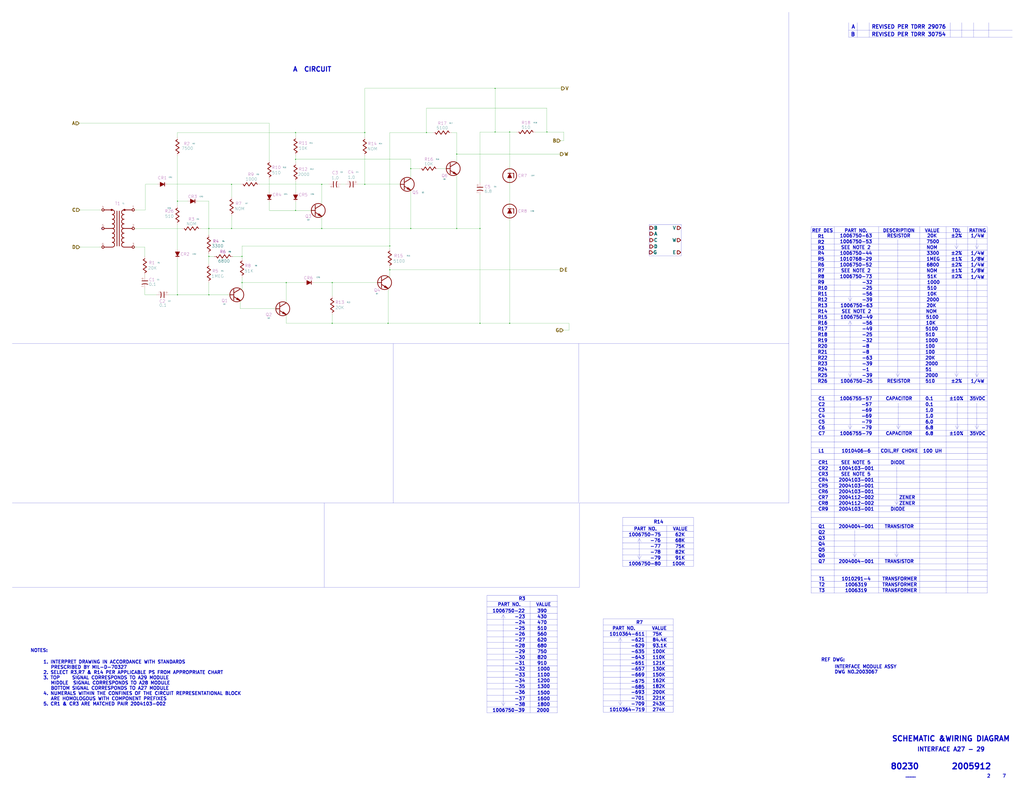
<source format=kicad_sch>
(kicad_sch (version 20211123) (generator eeschema)
  (paper "E")
  (junction (at 423.545 353.06))
  (junction (at 398.145 144.78))
  (junction (at 322.58 173.99))
  (junction (at 465.455 144.78))
  (junction (at 193.675 219.71))
  (junction (at 322.58 144.78))
  (junction (at 540.385 96.52))
  (junction (at 362.585 308.61))
  (junction (at 556.26 353.06))
  (junction (at 264.16 280.035))
  (junction (at 498.475 168.275))
  (junction (at 351.155 201.295))
  (junction (at 448.31 184.15))
  (junction (at 523.875 353.06))
  (junction (at 448.31 249.555))
  (junction (at 322.58 229.87))
  (junction (at 596.9 144.145))
  (junction (at 264.16 308.61))
  (junction (at 425.45 294.64))
  (junction (at 498.475 249.555))
  (junction (at 540.385 144.145))
  (junction (at 362.585 353.06))
  (junction (at 556.26 144.145))
  (junction (at 425.45 268.605))
  (junction (at 227.965 249.555))
  (junction (at 227.965 280.035))
  (junction (at 252.73 249.555))
  (junction (at 398.145 201.295))
  (junction (at 193.675 321.945))
  (junction (at 351.155 249.555))
  (junction (at 227.965 321.945))
  (junction (at 523.875 249.555))
  (junction (at 312.42 308.61))
  (junction (at 252.73 201.295))
  (no_connect (at 111.125 249.555))
  (polyline (pts (xy 885.19 412.75) (xy 1077.595 412.75)) (stroke (width 0) (type solid)))
  (polyline (pts (xy 958.85 247.65) (xy 958.85 647.7)) (stroke (width 0) (type solid)))
  (polyline (pts (xy 658.495 708.025) (xy 734.695 708.025)) (stroke (width 0) (type solid)))
  (polyline (pts (xy 1064.26 407.67) (xy 1066.165 411.48)) (stroke (width 0) (type solid)))
  (polyline (pts (xy 925.83 464.82) (xy 927.735 468.63)) (stroke (width 0) (type solid)))
  (polyline (pts (xy 885.19 285.75) (xy 1077.595 285.75)) (stroke (width 0) (type solid)))
  (polyline (pts (xy 925.83 407.67) (xy 927.735 411.48)) (stroke (width 0) (type solid)))
  (polyline (pts (xy 981.71 407.67) (xy 979.805 411.48)) (stroke (width 0) (type solid)))
  (wire (pts (xy 556.26 353.06) (xy 621.03 353.06)))
  (polyline (pts (xy 658.495 727.075) (xy 734.695 727.075)) (stroke (width 0) (type solid)))
  (wire (pts (xy 322.58 229.87) (xy 339.725 229.87)))
  (wire (pts (xy 498.475 144.78) (xy 492.76 144.78)))
  (polyline (pts (xy 1066.165 411.48) (xy 1066.165 306.07)) (stroke (width 0) (type solid)))
  (polyline (pts (xy 885.19 469.9) (xy 1077.595 469.9)) (stroke (width 0) (type solid)))
  (polyline (pts (xy 756.92 565.15) (xy 756.92 618.49)) (stroke (width 0) (type solid)))
  (polyline (pts (xy 926.1094 40.64) (xy 926.1094 24.765)) (stroke (width 0.1524) (type solid)))
  (polyline (pts (xy 13.335 641.35) (xy 632.46 641.35)) (stroke (width 0) (type solid)))
  (polyline (pts (xy 658.495 688.975) (xy 734.695 688.975)) (stroke (width 0) (type solid)))
  (polyline (pts (xy 885.19 565.15) (xy 1077.595 565.15)) (stroke (width 0) (type solid)))
  (wire (pts (xy 264.16 268.605) (xy 425.45 268.605)))
  (polyline (pts (xy 885.19 628.65) (xy 1077.595 628.65)) (stroke (width 0) (type solid)))
  (polyline (pts (xy 885.19 368.3) (xy 1077.595 368.3)) (stroke (width 0) (type solid)))
  (polyline (pts (xy 658.495 758.825) (xy 734.695 758.825)) (stroke (width 0) (type solid)))
  (polyline (pts (xy 885.19 406.4) (xy 1077.595 406.4)) (stroke (width 0) (type solid)))
  (wire (pts (xy 193.675 170.18) (xy 193.675 219.71)))
  (polyline (pts (xy 885.19 488.95) (xy 1077.595 488.95)) (stroke (width 0) (type solid)))
  (polyline (pts (xy 1104.9 33.02) (xy 926.1094 33.02)) (stroke (width 0.1524) (type solid)))
  (polyline (pts (xy 1032.51 247.65) (xy 1032.51 647.7)) (stroke (width 0) (type solid)))
  (wire (pts (xy 111.125 269.875) (xy 86.995 269.875)))
  (wire (pts (xy 294.005 229.87) (xy 322.58 229.87)))
  (polyline (pts (xy 699.77 607.06) (xy 697.865 610.87)) (stroke (width 0) (type solid)))
  (wire (pts (xy 540.385 96.52) (xy 540.385 144.145)))
  (polyline (pts (xy 885.19 558.8) (xy 1077.595 558.8)) (stroke (width 0) (type solid)))
  (wire (pts (xy 146.685 269.875) (xy 158.115 269.875)))
  (wire (pts (xy 322.58 149.225) (xy 322.58 144.78)))
  (polyline (pts (xy 885.19 546.1) (xy 1077.595 546.1)) (stroke (width 0) (type solid)))
  (wire (pts (xy 264.16 315.595) (xy 262.255 315.595)))
  (polyline (pts (xy 885.19 323.85) (xy 1077.595 323.85)) (stroke (width 0) (type solid)))
  (polyline (pts (xy 695.96 591.82) (xy 697.865 588.01)) (stroke (width 0) (type solid)))
  (wire (pts (xy 254 280.035) (xy 264.16 280.035)))
  (wire (pts (xy 146.685 229.235) (xy 158.75 229.235)))
  (polyline (pts (xy 1045.845 267.97) (xy 1043.94 271.78)) (stroke (width 0) (type solid)))
  (polyline (pts (xy 885.19 304.8) (xy 1077.595 304.8)) (stroke (width 0) (type solid)))
  (wire (pts (xy 262.255 337.185) (xy 300.99 337.185)))
  (polyline (pts (xy 13.335 549.275) (xy 631.825 549.275)) (stroke (width 0) (type solid)))
  (polyline (pts (xy 1003.935 247.65) (xy 1003.935 647.7)) (stroke (width 0) (type solid)))
  (polyline (pts (xy 1068.07 464.82) (xy 1066.165 468.63)) (stroke (width 0) (type solid)))
  (polyline (pts (xy 551.18 767.08) (xy 549.275 770.89)) (stroke (width 0) (type solid)))
  (wire (pts (xy 621.03 353.06) (xy 621.03 360.68)))
  (polyline (pts (xy 679.45 586.74) (xy 756.92 586.74)) (stroke (width 0) (type solid)))
  (polyline (pts (xy 1064.26 267.97) (xy 1066.165 271.78)) (stroke (width 0) (type solid)))
  (polyline (pts (xy 885.19 463.55) (xy 1077.595 463.55)) (stroke (width 0) (type solid)))
  (polyline (pts (xy 885.19 400.05) (xy 1077.595 400.05)) (stroke (width 0) (type solid)))
  (wire (pts (xy 233.68 280.035) (xy 227.965 280.035)))
  (polyline (pts (xy 658.495 682.625) (xy 734.695 682.625)) (stroke (width 0) (type solid)))
  (polyline (pts (xy 885.19 539.75) (xy 1077.595 539.75)) (stroke (width 0) (type solid)))
  (wire (pts (xy 425.45 268.605) (xy 425.45 144.78)))
  (wire (pts (xy 596.9 118.11) (xy 596.9 144.145)))
  (polyline (pts (xy 885.19 247.65) (xy 1077.595 247.65)) (stroke (width 0) (type solid)))
  (polyline (pts (xy 658.495 733.425) (xy 734.695 733.425)) (stroke (width 0) (type solid)))
  (polyline (pts (xy 675.005 700.405) (xy 676.91 696.595)) (stroke (width 0) (type solid)))
  (wire (pts (xy 252.73 201.295) (xy 252.73 215.265)))
  (polyline (pts (xy 678.815 766.445) (xy 676.91 770.255)) (stroke (width 0) (type solid)))
  (polyline (pts (xy 429.26 375.285) (xy 429.26 549.275)) (stroke (width 0) (type solid)))
  (polyline (pts (xy 531.495 778.51) (xy 608.33 778.51)) (stroke (width 0) (type solid)))
  (wire (pts (xy 351.155 249.555) (xy 252.73 249.555)))
  (polyline (pts (xy 1064.26 464.82) (xy 1066.165 468.63)) (stroke (width 0) (type solid)))
  (polyline (pts (xy 679.45 565.15) (xy 756.92 565.15)) (stroke (width 0) (type solid)))
  (polyline (pts (xy 1037.1074 40.64) (xy 1037.1074 24.7396)) (stroke (width 0.1524) (type solid)))
  (polyline (pts (xy 608.33 778.51) (xy 608.33 650.24)) (stroke (width 0) (type solid)))
  (polyline (pts (xy 885.19 374.65) (xy 1077.595 374.65)) (stroke (width 0) (type solid)))
  (wire (pts (xy 342.265 308.61) (xy 362.585 308.61)))
  (polyline (pts (xy 885.19 584.2) (xy 1077.595 584.2)) (stroke (width 0) (type solid)))
  (wire (pts (xy 193.675 144.78) (xy 193.675 149.86)))
  (wire (pts (xy 425.45 294.64) (xy 425.45 302.26)))
  (wire (pts (xy 362.585 308.61) (xy 412.115 308.61)))
  (wire (pts (xy 264.16 308.61) (xy 264.16 315.595)))
  (polyline (pts (xy 885.19 254) (xy 1077.595 254)) (stroke (width 0) (type solid)))
  (wire (pts (xy 227.965 276.86) (xy 227.965 280.035)))
  (wire (pts (xy 193.675 321.945) (xy 184.15 321.945)))
  (wire (pts (xy 448.31 194.945) (xy 448.31 184.15)))
  (polyline (pts (xy 679.45 565.15) (xy 679.45 618.49)) (stroke (width 0) (type solid)))
  (wire (pts (xy 523.875 144.145) (xy 540.385 144.145)))
  (polyline (pts (xy 1078.992 40.6146) (xy 1078.992 24.7396)) (stroke (width 0.1524) (type solid)))
  (polyline (pts (xy 885.19 317.5) (xy 1077.595 317.5)) (stroke (width 0) (type solid)))
  (wire (pts (xy 425.45 302.26) (xy 423.545 302.26)))
  (polyline (pts (xy 885.19 647.7) (xy 1077.595 647.7)) (stroke (width 0) (type solid)))
  (polyline (pts (xy 885.19 260.35) (xy 1077.595 260.35)) (stroke (width 0) (type solid)))
  (polyline (pts (xy 658.495 777.875) (xy 658.495 675.64)) (stroke (width 0) (type solid)))
  (polyline (pts (xy 531.495 746.125) (xy 608.33 746.125)) (stroke (width 0) (type solid)))
  (wire (pts (xy 540.385 144.145) (xy 556.26 144.145)))
  (polyline (pts (xy 885.19 577.85) (xy 1077.595 577.85)) (stroke (width 0) (type solid)))
  (wire (pts (xy 322.58 177.8) (xy 322.58 173.99)))
  (wire (pts (xy 227.965 280.035) (xy 227.965 288.29)))
  (polyline (pts (xy 1042.035 267.97) (xy 1043.94 271.78)) (stroke (width 0) (type solid)))
  (polyline (pts (xy 658.495 675.64) (xy 734.695 675.64)) (stroke (width 0) (type solid)))
  (polyline (pts (xy 531.495 708.025) (xy 608.33 708.025)) (stroke (width 0) (type solid)))
  (wire (pts (xy 425.45 292.1) (xy 425.45 294.64)))
  (wire (pts (xy 193.675 245.11) (xy 193.675 272.415)))
  (polyline (pts (xy 353.695 641.35) (xy 353.695 549.275)) (stroke (width 0) (type solid)))
  (polyline (pts (xy 885.19 273.05) (xy 1077.595 273.05)) (stroke (width 0) (type solid)))
  (polyline (pts (xy 982.345 464.82) (xy 980.44 468.63)) (stroke (width 0) (type solid)))
  (wire (pts (xy 322.58 210.185) (xy 322.58 198.12)))
  (polyline (pts (xy 658.495 777.875) (xy 734.695 777.875)) (stroke (width 0) (type solid)))
  (wire (pts (xy 332.105 308.61) (xy 312.42 308.61)))
  (polyline (pts (xy 531.495 662.94) (xy 608.33 662.94)) (stroke (width 0) (type solid)))
  (polyline (pts (xy 885.19 330.2) (xy 1077.595 330.2)) (stroke (width 0) (type solid)))
  (polyline (pts (xy 978.535 607.695) (xy 978.535 579.12)) (stroke (width 0) (type solid)))
  (polyline (pts (xy 531.495 739.775) (xy 608.33 739.775)) (stroke (width 0) (type solid)))
  (polyline (pts (xy 885.19 609.6) (xy 1077.595 609.6)) (stroke (width 0) (type solid)))
  (wire (pts (xy 596.9 144.145) (xy 615.315 144.145)))
  (wire (pts (xy 312.42 308.61) (xy 264.16 308.61)))
  (polyline (pts (xy 658.495 771.525) (xy 734.695 771.525)) (stroke (width 0) (type solid)))
  (polyline (pts (xy 734.695 675.64) (xy 734.695 777.875)) (stroke (width 0) (type solid)))
  (wire (pts (xy 615.315 153.67) (xy 611.505 153.67)))
  (polyline (pts (xy 658.495 752.475) (xy 734.695 752.475)) (stroke (width 0) (type solid)))
  (polyline (pts (xy 885.19 349.25) (xy 1077.595 349.25)) (stroke (width 0) (type solid)))
  (polyline (pts (xy 697.865 610.235) (xy 697.865 588.01)) (stroke (width 0) (type solid)))
  (wire (pts (xy 294.005 195.58) (xy 294.005 210.185)))
  (polyline (pts (xy 658.495 765.175) (xy 734.695 765.175)) (stroke (width 0) (type solid)))
  (wire (pts (xy 146.685 249.555) (xy 198.755 249.555)))
  (polyline (pts (xy 1062.5074 40.64) (xy 1062.5074 24.7396)) (stroke (width 0.1524) (type solid)))
  (polyline (pts (xy 531.495 752.475) (xy 608.33 752.475)) (stroke (width 0) (type solid)))
  (polyline (pts (xy 885.19 431.8) (xy 1077.595 431.8)) (stroke (width 0) (type solid)))
  (wire (pts (xy 498.475 249.555) (xy 448.31 249.555)))
  (wire (pts (xy 227.965 256.54) (xy 227.965 249.555)))
  (polyline (pts (xy 679.45 605.79) (xy 756.92 605.79)) (stroke (width 0) (type solid)))
  (polyline (pts (xy 658.495 720.725) (xy 734.695 720.725)) (stroke (width 0) (type solid)))
  (polyline (pts (xy 885.19 615.95) (xy 1077.595 615.95)) (stroke (width 0) (type solid)))
  (wire (pts (xy 158.75 229.235) (xy 158.75 201.295)))
  (polyline (pts (xy 547.37 675.005) (xy 549.275 671.195)) (stroke (width 0) (type solid)))
  (polyline (pts (xy 885.19 514.35) (xy 1077.595 514.35)) (stroke (width 0) (type solid)))
  (wire (pts (xy 540.385 96.52) (xy 612.775 96.52)))
  (polyline (pts (xy 977.9 407.67) (xy 979.805 411.48)) (stroke (width 0) (type solid)))
  (polyline (pts (xy 885.19 247.65) (xy 885.19 647.7)) (stroke (width 0) (type solid)))
  (polyline (pts (xy 708.66 245.11) (xy 708.66 279.4)) (stroke (width 0) (type solid)))
  (wire (pts (xy 423.545 314.96) (xy 423.545 353.06)))
  (polyline (pts (xy 679.45 599.44) (xy 756.92 599.44)) (stroke (width 0) (type solid)))
  (polyline (pts (xy 658.495 746.125) (xy 734.695 746.125)) (stroke (width 0) (type solid)))
  (polyline (pts (xy 929.64 464.82) (xy 927.735 468.63)) (stroke (width 0) (type solid)))
  (wire (pts (xy 498.475 249.555) (xy 523.875 249.555)))
  (polyline (pts (xy 531.495 688.975) (xy 608.33 688.975)) (stroke (width 0) (type solid)))
  (polyline (pts (xy 885.19 361.95) (xy 1077.595 361.95)) (stroke (width 0) (type solid)))
  (polyline (pts (xy 658.495 695.325) (xy 734.695 695.325)) (stroke (width 0) (type solid)))
  (polyline (pts (xy 885.19 393.7) (xy 1077.595 393.7)) (stroke (width 0) (type solid)))
  (polyline (pts (xy 679.45 580.39) (xy 756.92 580.39)) (stroke (width 0) (type solid)))
  (polyline (pts (xy 934.72 604.52) (xy 932.815 608.33)) (stroke (width 0) (type solid)))
  (polyline (pts (xy 885.19 387.35) (xy 1077.595 387.35)) (stroke (width 0) (type solid)))
  (polyline (pts (xy 1043.94 271.78) (xy 1043.94 261.62)) (stroke (width 0) (type solid)))
  (polyline (pts (xy 885.19 508) (xy 1077.595 508)) (stroke (width 0) (type solid)))
  (polyline (pts (xy 978.535 550.545) (xy 978.535 509.27)) (stroke (width 0) (type solid)))
  (polyline (pts (xy 885.19 279.4) (xy 1077.595 279.4)) (stroke (width 0) (type solid)))
  (wire (pts (xy 351.155 236.22) (xy 351.155 249.555)))
  (wire (pts (xy 556.26 186.69) (xy 556.26 144.145)))
  (polyline (pts (xy 1049.8074 40.64) (xy 1049.8074 24.7396)) (stroke (width 0.1524) (type solid)))
  (wire (pts (xy 312.42 353.06) (xy 362.585 353.06)))
  (polyline (pts (xy 1077.595 247.65) (xy 1077.595 647.7)) (stroke (width 0) (type solid)))
  (polyline (pts (xy 885.19 495.3) (xy 1077.595 495.3)) (stroke (width 0) (type solid)))
  (polyline (pts (xy 885.19 476.25) (xy 1077.595 476.25)) (stroke (width 0) (type solid)))
  (polyline (pts (xy 885.19 590.55) (xy 1077.595 590.55)) (stroke (width 0) (type solid)))
  (polyline (pts (xy 861.06 13.335) (xy 861.06 549.275)) (stroke (width 0) (type solid)))
  (polyline (pts (xy 885.19 292.1) (xy 1077.595 292.1)) (stroke (width 0) (type solid)))
  (wire (pts (xy 465.455 118.11) (xy 596.9 118.11)))
  (polyline (pts (xy 531.495 759.46) (xy 608.33 759.46)) (stroke (width 0) (type solid)))
  (wire (pts (xy 423.545 353.06) (xy 523.875 353.06)))
  (polyline (pts (xy 925.83 325.12) (xy 927.735 328.93)) (stroke (width 0) (type solid)))
  (wire (pts (xy 264.16 280.035) (xy 264.16 282.575)))
  (wire (pts (xy 523.875 199.39) (xy 523.875 144.145)))
  (wire (pts (xy 398.145 144.78) (xy 398.145 96.52)))
  (wire (pts (xy 498.475 177.8) (xy 498.475 168.275)))
  (polyline (pts (xy 679.45 593.09) (xy 756.92 593.09)) (stroke (width 0) (type solid)))
  (polyline (pts (xy 1066.165 271.78) (xy 1066.165 261.62)) (stroke (width 0) (type solid)))
  (polyline (pts (xy 549.275 770.255) (xy 549.275 671.195)) (stroke (width 0) (type solid)))
  (polyline (pts (xy 578.485 656.59) (xy 578.485 778.51)) (stroke (width 0) (type solid)))
  (wire (pts (xy 478.155 184.15) (xy 487.045 184.15)))
  (polyline (pts (xy 1068.07 407.67) (xy 1066.165 411.48)) (stroke (width 0) (type solid)))
  (polyline (pts (xy 885.19 381) (xy 1077.595 381)) (stroke (width 0) (type solid)))
  (wire (pts (xy 465.455 144.78) (xy 465.455 118.11)))
  (polyline (pts (xy 885.19 603.25) (xy 1077.595 603.25)) (stroke (width 0) (type solid)))
  (polyline (pts (xy 727.71 574.04) (xy 727.71 618.49)) (stroke (width 0) (type solid)))
  (polyline (pts (xy 1042.67 464.82) (xy 1044.575 468.63)) (stroke (width 0) (type solid)))
  (polyline (pts (xy 743.585 279.4) (xy 743.585 245.11)) (stroke (width 0) (type solid)))
  (polyline (pts (xy 547.37 767.08) (xy 549.275 770.89)) (stroke (width 0) (type solid)))
  (polyline (pts (xy 976.63 547.37) (xy 978.535 551.18)) (stroke (width 0) (type solid)))
  (wire (pts (xy 262.255 328.295) (xy 262.255 337.185)))
  (wire (pts (xy 351.155 201.295) (xy 283.21 201.295)))
  (polyline (pts (xy 885.19 419.1) (xy 1077.595 419.1)) (stroke (width 0) (type solid)))
  (polyline (pts (xy 1044.575 467.995) (xy 1044.575 440.055)) (stroke (width 0) (type solid)))
  (wire (pts (xy 615.315 144.145) (xy 615.315 153.67)))
  (polyline (pts (xy 910.59 247.65) (xy 910.59 647.7)) (stroke (width 0) (type solid)))
  (polyline (pts (xy 885.19 482.6) (xy 1077.595 482.6)) (stroke (width 0) (type solid)))
  (polyline (pts (xy 885.19 425.45) (xy 1077.595 425.45)) (stroke (width 0) (type solid)))
  (wire (pts (xy 425.45 144.78) (xy 465.455 144.78)))
  (wire (pts (xy 377.19 201.295) (xy 372.11 201.295)))
  (polyline (pts (xy 1043.94 411.48) (xy 1043.94 306.07)) (stroke (width 0) (type solid)))
  (polyline (pts (xy 885.19 527.05) (xy 1077.595 527.05)) (stroke (width 0) (type solid)))
  (polyline (pts (xy 13.335 375.285) (xy 861.06 375.285)) (stroke (width 0) (type solid)))
  (polyline (pts (xy 929.64 407.67) (xy 927.735 411.48)) (stroke (width 0) (type solid)))
  (polyline (pts (xy 658.495 739.775) (xy 734.695 739.775)) (stroke (width 0) (type solid)))
  (wire (pts (xy 398.145 144.78) (xy 398.145 149.86)))
  (wire (pts (xy 448.31 249.555) (xy 351.155 249.555)))
  (polyline (pts (xy 978.535 464.82) (xy 980.44 468.63)) (stroke (width 0) (type solid)))
  (wire (pts (xy 448.31 207.645) (xy 448.31 249.555)))
  (polyline (pts (xy 699.77 591.82) (xy 697.865 588.01)) (stroke (width 0) (type solid)))
  (polyline (pts (xy 658.495 714.375) (xy 734.695 714.375)) (stroke (width 0) (type solid)))
  (wire (pts (xy 86.36 134.62) (xy 294.005 134.62)))
  (wire (pts (xy 227.965 321.945) (xy 250.825 321.945)))
  (wire (pts (xy 227.965 249.555) (xy 252.73 249.555)))
  (polyline (pts (xy 980.44 547.37) (xy 978.535 551.18)) (stroke (width 0) (type solid)))
  (wire (pts (xy 425.45 268.605) (xy 425.45 271.78)))
  (polyline (pts (xy 678.815 700.405) (xy 676.91 696.595)) (stroke (width 0) (type solid)))
  (polyline (pts (xy 531.495 733.425) (xy 608.33 733.425)) (stroke (width 0) (type solid)))
  (polyline (pts (xy 885.19 336.55) (xy 1077.595 336.55)) (stroke (width 0) (type solid)))
  (wire (pts (xy 398.145 201.295) (xy 390.525 201.295)))
  (polyline (pts (xy 1042.035 407.67) (xy 1043.94 411.48)) (stroke (width 0) (type solid)))
  (polyline (pts (xy 885.19 596.9) (xy 1077.595 596.9)) (stroke (width 0) (type solid)))
  (polyline (pts (xy 531.495 714.375) (xy 608.33 714.375)) (stroke (width 0) (type solid)))
  (polyline (pts (xy 708.66 279.4) (xy 743.585 279.4)) (stroke (width 0) (type solid)))
  (polyline (pts (xy 885.19 501.65) (xy 1077.595 501.65)) (stroke (width 0) (type solid)))
  (polyline (pts (xy 632.46 549.275) (xy 632.46 641.35)) (stroke (width 0) (type solid)))
  (wire (pts (xy 398.145 201.295) (xy 398.145 170.18)))
  (wire (pts (xy 448.31 184.15) (xy 448.31 173.99)))
  (wire (pts (xy 465.455 144.78) (xy 472.44 144.78)))
  (polyline (pts (xy 675.005 766.445) (xy 676.91 770.255)) (stroke (width 0) (type solid)))
  (polyline (pts (xy 885.19 457.2) (xy 1077.595 457.2)) (stroke (width 0) (type solid)))
  (polyline (pts (xy 980.44 604.52) (xy 978.535 608.33)) (stroke (width 0) (type solid)))
  (polyline (pts (xy 531.495 669.925) (xy 608.33 669.925)) (stroke (width 0) (type solid)))
  (wire (pts (xy 362.585 323.215) (xy 362.585 308.61)))
  (wire (pts (xy 556.26 235.585) (xy 556.26 353.06)))
  (polyline (pts (xy 1068.07 267.97) (xy 1066.165 271.78)) (stroke (width 0) (type solid)))
  (polyline (pts (xy 927.735 328.93) (xy 927.735 306.07)) (stroke (width 0) (type solid)))
  (polyline (pts (xy 927.735 467.995) (xy 927.735 440.055)) (stroke (width 0) (type solid)))
  (polyline (pts (xy 531.495 676.275) (xy 608.33 676.275)) (stroke (width 0) (type solid)))
  (wire (pts (xy 448.31 184.15) (xy 457.835 184.15)))
  (wire (pts (xy 294.005 134.62) (xy 294.005 175.26)))
  (wire (pts (xy 556.26 225.425) (xy 556.26 196.85)))
  (wire (pts (xy 294.005 220.345) (xy 294.005 229.87)))
  (polyline (pts (xy 976.63 604.52) (xy 978.535 608.33)) (stroke (width 0) (type solid)))
  (polyline (pts (xy 929.64 354.33) (xy 927.735 350.52)) (stroke (width 0) (type solid)))
  (polyline (pts (xy 980.44 467.995) (xy 980.44 440.055)) (stroke (width 0) (type solid)))
  (polyline (pts (xy 658.495 701.675) (xy 734.695 701.675)) (stroke (width 0) (type solid)))
  (polyline (pts (xy 885.19 298.45) (xy 1077.595 298.45)) (stroke (width 0) (type solid)))
  (wire (pts (xy 252.73 201.295) (xy 182.245 201.295)))
  (wire (pts (xy 158.75 201.295) (xy 172.085 201.295)))
  (polyline (pts (xy 932.815 607.695) (xy 932.815 579.12)) (stroke (width 0) (type solid)))
  (polyline (pts (xy 1104.9 40.64) (xy 926.1094 40.64)) (stroke (width 0.1524) (type solid)))
  (polyline (pts (xy 885.19 635) (xy 1077.595 635)) (stroke (width 0) (type solid)))
  (polyline (pts (xy 885.19 444.5) (xy 1077.595 444.5)) (stroke (width 0) (type solid)))
  (polyline (pts (xy 676.91 769.62) (xy 676.91 696.595)) (stroke (width 0) (type solid)))
  (polyline (pts (xy 1066.165 467.995) (xy 1066.165 440.055)) (stroke (width 0) (type solid)))
  (wire (pts (xy 621.03 360.68) (xy 614.68 360.68)))
  (polyline (pts (xy 885.19 641.35) (xy 1077.595 641.35)) (stroke (width 0) (type solid)))
  (wire (pts (xy 351.155 201.295) (xy 358.775 201.295)))
  (wire (pts (xy 193.675 219.71) (xy 193.675 224.79)))
  (wire (pts (xy 322.58 173.99) (xy 322.58 169.545)))
  (wire (pts (xy 312.42 330.835) (xy 312.42 308.61)))
  (polyline (pts (xy 885.19 533.4) (xy 1077.595 533.4)) (stroke (width 0) (type solid)))
  (wire (pts (xy 523.875 353.06) (xy 556.26 353.06)))
  (wire (pts (xy 262.89 201.295) (xy 252.73 201.295)))
  (wire (pts (xy 523.875 212.725) (xy 523.875 249.555)))
  (wire (pts (xy 398.145 96.52) (xy 540.385 96.52)))
  (wire (pts (xy 436.88 201.295) (xy 398.145 201.295)))
  (wire (pts (xy 448.31 173.99) (xy 322.58 173.99)))
  (wire (pts (xy 611.505 168.275) (xy 498.475 168.275)))
  (wire (pts (xy 111.125 229.235) (xy 86.995 229.235)))
  (polyline (pts (xy 885.19 571.5) (xy 1077.595 571.5)) (stroke (width 0) (type solid)))
  (polyline (pts (xy 948.69 40.64) (xy 948.69 24.7396)) (stroke (width 0.1524) (type solid)))
  (wire (pts (xy 252.73 249.555) (xy 252.73 235.585)))
  (wire (pts (xy 193.675 282.575) (xy 193.675 321.945)))
  (polyline (pts (xy 551.18 675.005) (xy 549.275 671.195)) (stroke (width 0) (type solid)))
  (polyline (pts (xy 885.19 438.15) (xy 1077.595 438.15)) (stroke (width 0) (type solid)))
  (wire (pts (xy 158.115 269.875) (xy 158.115 280.035)))
  (polyline (pts (xy 531.495 727.075) (xy 608.33 727.075)) (stroke (width 0) (type solid)))
  (wire (pts (xy 523.875 249.555) (xy 523.875 353.06)))
  (polyline (pts (xy 885.19 552.45) (xy 1077.595 552.45)) (stroke (width 0) (type solid)))
  (polyline (pts (xy 935.7106 40.64) (xy 935.7106 24.765)) (stroke (width 0.1524) (type solid)))
  (wire (pts (xy 498.475 190.5) (xy 498.475 249.555)))
  (polyline (pts (xy 885.19 311.15) (xy 1077.595 311.15)) (stroke (width 0) (type solid)))
  (wire (pts (xy 498.475 168.275) (xy 498.475 144.78)))
  (wire (pts (xy 584.2 144.145) (xy 596.9 144.145)))
  (wire (pts (xy 423.545 353.06) (xy 362.585 353.06)))
  (wire (pts (xy 322.58 144.78) (xy 398.145 144.78)))
  (wire (pts (xy 362.585 353.06) (xy 362.585 343.535)))
  (wire (pts (xy 227.965 308.61) (xy 227.965 321.945)))
  (polyline (pts (xy 885.19 520.7) (xy 1077.595 520.7)) (stroke (width 0) (type solid)))
  (polyline (pts (xy 930.91 604.52) (xy 932.815 608.33)) (stroke (width 0) (type solid)))
  (wire (pts (xy 264.16 280.035) (xy 264.16 268.605)))
  (wire (pts (xy 193.675 321.945) (xy 227.965 321.945)))
  (wire (pts (xy 158.115 321.945) (xy 158.115 314.96)))
  (wire (pts (xy 611.505 294.64) (xy 425.45 294.64)))
  (polyline (pts (xy 531.495 720.725) (xy 608.33 720.725)) (stroke (width 0) (type solid)))
  (wire (pts (xy 322.58 144.78) (xy 193.675 144.78)))
  (wire (pts (xy 170.815 321.945) (xy 158.115 321.945)))
  (wire (pts (xy 227.965 219.71) (xy 227.965 249.555)))
  (polyline (pts (xy 705.485 688.975) (xy 705.485 777.875)) (stroke (width 0) (type solid)))
  (polyline (pts (xy 531.495 772.16) (xy 608.33 772.16)) (stroke (width 0) (type solid)))
  (polyline (pts (xy 1046.48 464.82) (xy 1044.575 468.63)) (stroke (width 0) (type solid)))
  (polyline (pts (xy 531.495 682.625) (xy 608.33 682.625)) (stroke (width 0) (type solid)))
  (polyline (pts (xy 679.45 612.14) (xy 756.92 612.14)) (stroke (width 0) (type solid)))
  (wire (pts (xy 205.105 219.71) (xy 193.675 219.71)))
  (polyline (pts (xy 531.495 656.59) (xy 608.33 656.59)) (stroke (width 0) (type solid)))
  (polyline (pts (xy 679.45 618.49) (xy 756.92 618.49)) (stroke (width 0) (type solid)))
  (polyline (pts (xy 929.64 325.12) (xy 927.735 328.93)) (stroke (width 0) (type solid)))
  (polyline (pts (xy 979.805 261.62) (xy 979.805 411.48)) (stroke (width 0) (type solid)))
  (wire (pts (xy 556.26 144.145) (xy 563.88 144.145)))
  (polyline (pts (xy 861.06 549.275) (xy 632.46 549.275)) (stroke (width 0) (type solid)))
  (polyline (pts (xy 531.495 650.24) (xy 608.33 650.24)) (stroke (width 0) (type solid)))
  (polyline (pts (xy 927.735 350.52) (xy 927.735 411.48)) (stroke (width 0) (type solid)))
  (polyline (pts (xy 885.19 266.7) (xy 1077.595 266.7)) (stroke (width 0) (type solid)))
  (polyline (pts (xy 925.83 354.33) (xy 927.735 350.52)) (stroke (width 0) (type solid)))
  (polyline (pts (xy 743.585 245.11) (xy 708.66 245.11)) (stroke (width 0) (type solid)))
  (polyline (pts (xy 531.495 695.325) (xy 608.33 695.325)) (stroke (width 0) (type solid)))
  (wire (pts (xy 322.58 220.345) (xy 322.58 229.87)))
  (wire (pts (xy 351.155 223.52) (xy 351.155 201.295)))
  (wire (pts (xy 312.42 343.535) (xy 312.42 353.06)))
  (polyline (pts (xy 695.96 607.06) (xy 697.865 610.87)) (stroke (width 0) (type solid)))
  (wire (pts (xy 264.16 308.61) (xy 264.16 302.895)))
  (wire (pts (xy 158.115 300.355) (xy 158.115 301.625)))
  (polyline (pts (xy 531.495 778.51) (xy 531.495 650.24)) (stroke (width 0) (type solid)))
  (polyline (pts (xy 885.19 342.9) (xy 1077.595 342.9)) (stroke (width 0) (type solid)))
  (polyline (pts (xy 1045.845 407.67) (xy 1043.94 411.48)) (stroke (width 0) (type solid)))
  (polyline (pts (xy 631.825 548.64) (xy 631.825 375.285)) (stroke (width 0) (type solid)))
  (polyline (pts (xy 1056.005 247.65) (xy 1056.005 647.7)) (stroke (width 0) (type solid)))
  (wire (pts (xy 215.265 219.71) (xy 227.965 219.71)))
  (wire (pts (xy 227.965 249.555) (xy 219.075 249.555)))
  (polyline (pts (xy 531.495 765.81) (xy 608.33 765.81)) (stroke (width 0) (type solid)))
  (polyline (pts (xy 885.19 622.3) (xy 1077.595 622.3)) (stroke (width 0) (type solid)))
  (polyline (pts (xy 885.19 355.6) (xy 1077.595 355.6)) (stroke (width 0) (type solid)))
  (polyline (pts (xy 531.495 701.675) (xy 608.33 701.675)) (stroke (width 0) (type solid)))
  (polyline (pts (xy 679.45 574.04) (xy 756.92 574.04)) (stroke (width 0) (type solid)))
  (polyline (pts (xy 885.19 450.85) (xy 1077.595 450.85)) (stroke (width 0) (type solid)))
  (text "SEE NOTE 2" (at 917.575 297.815 0) (effects (font (size 3.556 3.556) (thickness 0.7112) bold) (justify left bottom)))
  (text "Q7" (at 892.81 615.315 0) (effects (font (size 3.556 3.556) (thickness 0.7112) bold) (justify left bottom)))
  (text "±1%" (at 1037.59 285.115 0) (effects (font (size 3.556 3.556) (thickness 0.7112) bold) (justify left bottom)))
  (text "-701" (at 688.34 764.54 0) (effects (font (size 3.556 3.556) (thickness 0.7112) bold) (justify left bottom)))
  (text "CR7" (at 892.81 545.465 0) (effects (font (size 3.556 3.556) (thickness 0.7112) bold) (justify left bottom)))
  (text "430" (at 586.105 675.64 0) (effects (font (size 3.556 3.556) (thickness 0.7112) bold) (justify left bottom)))
  (text "R17" (at 892.175 361.315 0) (effects (font (size 3.556 3.556) (thickness 0.7112) bold) (justify left bottom)))
  (text "2004004-001" (at 915.035 615.315 0) (effects (font (size 3.556 3.556) (thickness 0.7112) bold) (justify left bottom)))
  (text "R12" (at 892.175 329.565 0) (effects (font (size 3.556 3.556) (thickness 0.7112) bold) (justify left bottom)))
  (text "R14" (at 713.105 572.135 0) (effects (font (size 3.556 3.556) (thickness 0.7112) bold) (justify left bottom)))
  (text "1006750-53" (at 916.305 266.065 0) (effects (font (size 3.556 3.556) (thickness 0.7112) bold) (justify left bottom)))
  (text "REF DES" (at 885.825 254 0) (effects (font (size 3.556 3.556) (thickness 0.7112) bold) (justify left bottom)))
  (text "R23" (at 892.175 399.415 0) (effects (font (size 3.556 3.556) (thickness 0.7112) bold) (justify left bottom)))
  (text "1006750-80" (at 685.8 617.855 0) (effects (font (size 3.556 3.556) (thickness 0.7112) bold) (justify left bottom)))
  (text "RESISTOR" (at 967.74 418.465 0) (effects (font (size 3.556 3.556) (thickness 0.7112) bold) (justify left bottom)))
  (text "-33" (at 561.34 739.14 0) (effects (font (size 3.556 3.556) (thickness 0.7112) bold) (justify left bottom)))
  (text "6800" (at 1010.92 291.465 0) (effects (font (size 3.556 3.556) (thickness 0.7112) bold) (justify left bottom)))
  (text "6.0" (at 1009.65 462.915 0) (effects (font (size 3.556 3.556) (thickness 0.7112) bold) (justify left bottom)))
  (text "110K" (at 711.835 720.09 0) (effects (font (size 3.556 3.556) (thickness 0.7112) bold) (justify left bottom)))
  (text "R26" (at 892.175 418.465 0) (effects (font (size 3.556 3.556) (thickness 0.7112) bold) (justify left bottom)))
  (text "NOTES:" (at 33.02 712.47 0) (effects (font (size 3.556 3.556) (thickness 0.7112) bold) (justify left bottom)))
  (text "75K" (at 736.6 598.805 0) (effects (font (size 3.556 3.556) (thickness 0.7112) bold) (justify left bottom)))
  (text "PART NO." (at 691.515 579.755 0) (effects (font (size 3.556 3.556) (thickness 0.7112) bold) (justify left bottom)))
  (text "68K" (at 736.6 592.455 0) (effects (font (size 3.556 3.556) (thickness 0.7112) bold) (justify left bottom)))
  (text "SCHEMATIC &WIRING DIAGRAM" (at 973.1756 810.1584 0) (effects (font (size 5.715 5.715) (thickness 1.143) bold) (justify left bottom)))
  (text "560" (at 586.105 694.69 0) (effects (font (size 3.556 3.556) (thickness 0.7112) bold) (justify left bottom)))
  (text "84.4K" (at 711.835 701.04 0) (effects (font (size 3.556 3.556) (thickness 0.7112) bold) (justify left bottom)))
  (text "CR3" (at 892.81 520.065 0) (effects (font (size 3.556 3.556) (thickness 0.7112) bold) (justify left bottom)))
  (text "20K" (at 1011.555 259.715 0) (effects (font (size 3.556 3.556) (thickness 0.7112) bold) (justify left bottom)))
  (text "80230" (at 971.55 840.74 0) (effects (font (size 6.35 6.35) (thickness 1.27) bold) (justify left bottom)))
  (text "INTERFACE MODULE ASSY\nDWG NO.2003067" (at 910.59 735.965 0) (effects (font (size 3.556 3.556) (thickness 0.7112) bold) (justify left bottom)))
  (text "-32" (at 940.435 310.515 0) (effects (font (size 3.556 3.556) (thickness 0.7112) bold) (justify left bottom)))
  (text "Q2" (at 892.81 583.565 0) (effects (font (size 3.556 3.556) (thickness 0.7112) bold) (justify left bottom)))
  (text "R14" (at 892.175 342.265 0) (effects (font (size 3.556 3.556) (thickness 0.7112) bold) (justify left bottom)))
  (text "1100" (at 586.105 739.14 0) (effects (font (size 3.556 3.556) (thickness 0.7112) bold) (justify left bottom)))
  (text "-685" (at 688.34 752.475 0) (effects (font (size 3.556 3.556) (thickness 0.7112) bold) (justify left bottom)))
  (text "-31" (at 561.34 726.44 0) (effects (font (size 3.556 3.556) (thickness 0.7112) bold) (justify left bottom)))
  (text "NOM" (at 1010.92 297.815 0) (effects (font (size 3.556 3.556) (thickness 0.7112) bold) (justify left bottom)))
  (text "1200" (at 586.105 745.49 0) (effects (font (size 3.556 3.556) (thickness 0.7112) bold) (justify left bottom)))
  (text "182K" (at 711.835 751.84 0) (effects (font (size 3.556 3.556) (thickness 0.7112) bold) (justify left bottom)))
  (text "-25" (at 940.435 316.865 0) (effects (font (size 3.556 3.556) (thickness 0.7112) bold) (justify left bottom)))
  (text "2000" (at 1009.65 412.115 0) (effects (font (size 3.556 3.556) (thickness 0.7112) bold) (justify left bottom)))
  (text "510" (at 1009.65 367.665 0) (effects (font (size 3.556 3.556) (thickness 0.7112) bold) (justify left bottom)))
  (text "35VDC" (at 1057.91 475.615 0) (effects (font (size 3.556 3.556) (thickness 0.7112) bold) (justify left bottom)))
  (text "-1" (at 940.435 405.765 0) (effects (font (size 3.556 3.556) (thickness 0.7112) bold) (justify left bottom)))
  (text "-69" (at 939.8 456.565 0) (effects (font (size 3.556 3.556) (thickness 0.7112) bold) (justify left bottom)))
  (text "1600" (at 586.105 765.175 0) (effects (font (size 3.556 3.556) (thickness 0.7112) bold) (justify left bottom)))
  (text "Q6" (at 892.81 608.965 0) (effects (font (size 3.556 3.556) (thickness 0.7112) bold) (justify left bottom)))
  (text "1300" (at 586.105 751.84 0) (effects (font (size 3.556 3.556) (thickness 0.7112) bold) (justify left bottom)))
  (text "L1" (at 892.81 494.665 0) (effects (font (size 3.556 3.556) (thickness 0.7112) bold) (justify left bottom)))
  (text "820" (at 586.105 720.09 0) (effects (font (size 3.556 3.556) (thickness 0.7112) bold) (justify left bottom)))
  (text "-69" (at 939.8 450.215 0) (effects (font (size 3.556 3.556) (thickness 0.7112) bold) (justify left bottom)))
  (text "CR6" (at 892.81 539.115 0) (effects (font (size 3.556 3.556) (thickness 0.7112) bold) (justify left bottom)))
  (text "510" (at 1011.555 316.865 0) (effects (font (size 3.556 3.556) (thickness 0.7112) bold) (justify left bottom)))
  (text "1006319" (at 922.02 647.065 0) (effects (font (size 3.556 3.556) (thickness 0.7112) bold) (justify left bottom)))
  (text "TRANSISTOR" (at 965.2 577.215 0) (effects (font (size 3.556 3.556) (thickness 0.7112) bold) (justify left bottom)))
  (text "R13" (at 892.175 335.915 0) (effects (font (size 3.556 3.556) (thickness 0.7112) bold) (justify left bottom)))
  (text "-693" (at 688.34 758.19 0) (effects (font (size 3.556 3.556) (thickness 0.7112) bold) (justify left bottom)))
  (text "R3" (at 892.175 273.05 0) (effects (font (size 3.556 3.556) (thickness 0.7112) bold) (justify left bottom)))
  (text "1/4W" (at 1059.18 304.8 0) (effects (font (size 3.556 3.556) (thickness 0.7112) bold) (justify left bottom)))
  (text "-30" (at 561.34 720.09 0) (effects (font (size 3.556 3.556) (thickness 0.7112) bold) (justify left bottom)))
  (text "-29" (at 561.34 713.74 0) (effects (font (size 3.556 3.556) (thickness 0.7112) bold) (justify left bottom)))
  (text "Q3" (at 892.81 589.915 0) (effects (font (size 3.556 3.556) (thickness 0.7112) bold) (justify left bottom)))
  (text "R5" (at 892.175 285.115 0) (effects (font (size 3.556 3.556) (thickness 0.7112) bold) (justify left bottom)))
  (text "510" (at 1009.65 418.465 0) (effects (font (size 3.556 3.556) (thickness 0.7112) bold) (justify left bottom)))
  (text "CR1" (at 892.81 507.365 0) (effects (font (size 3.556 3.556) (thickness 0.7112) bold) (justify left bottom)))
  (text "INTERFACE A27 - 29" (at 1000.76 821.055 0) (effects (font (size 4.572 4.572) (thickness 0.9144) bold) (justify left bottom)))
  (text "CAPACITOR" (at 966.47 437.515 0) (effects (font (size 3.556 3.556) (thickness 0.7112) bold) (justify left bottom)))
  (text "1006750-25" (at 916.94 418.465 0) (effects (font (size 3.556 3.556) (thickness 0.7112) bold) (justify left bottom)))
  (text "680" (at 586.105 707.39 0) (effects (font (size 3.556 3.556) (thickness 0.7112) bold) (justify left bottom)))
  (text "-76" (at 709.295 592.455 0) (effects (font (size 3.556 3.556) (thickness 0.7112) bold) (justify left bottom)))
  (text "150K" (at 711.835 739.14 0) (effects (font (size 3.556 3.556) (thickness 0.7112) bold) (justify left bottom)))
  (text "-8" (at 940.435 386.715 0) (effects (font (size 3.556 3.556) (thickness 0.7112) bold) (justify left bottom)))
  (text "2004112-002" (at 915.035 551.815 0) (effects (font (size 3.556 3.556) (thickness 0.7112) bold) (justify left bottom)))
  (text "R19" (at 892.175 374.015 0) (effects (font (size 3.556 3.556) (thickness 0.7112) bold) (justify left bottom)))
  (text "VALUE" (at 1009.015 254 0) (effects (font (size 3.556 3.556) (thickness 0.7112) bold) (justify left bottom)))
  (text "-34" (at 561.34 745.49 0) (effects (font (size 3.556 3.556) (thickness 0.7112) bold) (justify left bottom)))
  (text "PART NO." (at 542.925 662.305 0) (effects (font (size 3.556 3.556) (thickness 0.7112) bold) (justify left bottom)))
  (text "1. INTERPRET DRAWING IN ACCORDANCE WITH STANDARDS\n   PRESCRIBED BY MIL-D-70327\n2. SELECT R3,R7 & R14 PER APPLICABLE PS FROM APPROPRIATE CHART\n3. TOP     SIGNAL CORRESPONDS TO A29 MODULE\n   MIDDLE  SIGNAL CORRESPONDS TO A28 MODULE\n   BOTTOM SIGNAL CORRESPONDS TO A27 MODULE\n4. NUMERALS WITHIN THE CONFINES OF THE CIRCUIT REPRESENTATIONAL BLOCK\n   ARE HOMOLOGOUS WITH COMPONENT PREFIXES\n5. CR1 & CR3 ARE MATCHED PAIR 2004103-002" (at 46.99 770.89 0) (effects (font (size 3.556 3.556) (thickness 0.7112) bold) (justify left bottom)))
  (text "2004112-002" (at 915.035 545.465 0) (effects (font (size 3.556 3.556) (thickness 0.7112) bold) (justify left bottom)))
  (text "1010291-4" (at 918.21 634.365 0) (effects (font (size 3.556 3.556) (thickness 0.7112) bold) (justify left bottom)))
  (text "R18" (at 892.175 367.665 0) (effects (font (size 3.556 3.556) (thickness 0.7112) bold) (justify left bottom)))
  (text "1000" (at 586.105 732.79 0) (effects (font (size 3.556 3.556) (thickness 0.7112) bold) (justify left bottom)))
  (text "CR2" (at 892.81 513.715 0) (effects (font (size 3.556 3.556) (thickness 0.7112) bold) (justify left bottom)))
  (text "-79" (at 939.8 462.915 0) (effects (font (size 3.556 3.556) (thickness 0.7112) bold) (justify left bottom)))
  (text "R16" (at 892.175 354.965 0) (effects (font (size 3.556 3.556) (thickness 0.7112) bold) (justify left bottom)))
  (text "PART NO." (at 668.02 688.34 0) (effects (font (size 3.556 3.556) (thickness 0.7112) bold) (justify left bottom)))
  (text "C2" (at 892.81 443.865 0) (effects (font (size 3.556 3.556) (thickness 0.7112) bold) (justify left bottom)))
  (text "±10%" (at 1035.685 475.615 0) (effects (font (size 3.556 3.556) (thickness 0.7112) bold) (justify left bottom)))
  (text "1/8W" (at 1059.18 297.815 0) (effects (font (size 3.556 3.556) (thickness 0.7112) bold) (justify left bottom)))
  (text "-77" (at 709.295 598.805 0) (effects (font (size 3.556 3.556) (thickness 0.7112) bold) (justify left bottom)))
  (text "2004103-001" (at 915.035 539.115 0) (effects (font (size 3.556 3.556) (thickness 0.7112) bold) (justify left bottom)))
  (text "-25" (at 940.435 367.665 0) (effects (font (size 3.556 3.556) (thickness 0.7112) bold) (justify left bottom)))
  (text "R20" (at 892.175 380.365 0) (effects (font (size 3.556 3.556) (thickness 0.7112) bold) (justify left bottom)))
  (text "2004103-001" (at 915.035 532.765 0) (effects (font (size 3.556 3.556) (thickness 0.7112) bold) (justify left bottom)))
  (text "±2%" (at 1037.59 418.465 0) (effects (font (size 3.556 3.556) (thickness 0.7112) bold) (justify left bottom)))
  (text "CR9" (at 892.81 558.165 0) (effects (font (size 3.556 3.556) (thickness 0.7112) bold) (justify left bottom)))
  (text "A  CIRCUIT" (at 319.405 78.74 0) (effects (font (size 5.08 5.08) (thickness 1.016) bold) (justify left bottom)))
  (text "1010364-719" (at 664.845 777.24 0) (effects (font (size 3.556 3.556) (thickness 0.7112) bold) (justify left bottom)))
  (text "3300" (at 1010.92 278.765 0) (effects (font (size 3.556 3.556) (thickness 0.7112) bold) (justify left bottom)))
  (text "2000" (at 1010.92 329.565 0) (effects (font (size 3.556 3.556) (thickness 0.7112) bold) (justify left bottom)))
  (text "C6" (at 892.81 469.265 0) (effects (font (size 3.556 3.556) (thickness 0.7112) bold) (justify left bottom)))
  (text "10K" (at 1010.285 354.965 0) (effects (font (size 3.556 3.556) (thickness 0.7112) bold) (justify left bottom)))
  (text "SEE NOTE 2" (at 918.21 342.265 0) (effects (font (size 3.556 3.556) (thickness 0.7112) bold) (justify left bottom)))
  (text "-24" (at 561.34 681.99 0) (effects (font (size 3.556 3.556) (thickness 0.7112) bold) (justify left bottom)))
  (text "R3" (at 565.785 655.955 0) (effects (font (size 3.556 3.556) (thickness 0.7112) bold) (justify left bottom)))
  (text "-56" (at 940.435 323.215 0) (effects (font (size 3.556 3.556) (thickness 0.7112) bold) (justify left bottom)))
  (text "35VDC" (at 1057.91 437.515 0) (effects (font (size 3.556 3.556) (thickness 0.7112) bold) (justify left bottom)))
  (text "100" (at 1009.65 380.365 0) (effects (font (size 3.556 3.556) (thickness 0.7112) bold) (justify left bottom)))
  (text "T1" (at 893.445 634.365 0) (effects (font (size 3.556 3.556) (thickness 0.7112) bold) (justify left bottom)))
  (text "TOL" (at 1038.86 254 0) (effects (font (size 3.556 3.556) (thickness 0.7112) bold) (justify left bottom)))
  (text "-38" (at 561.34 771.525 0) (effects (font (size 3.556 3.556) (thickness 0.7112) bold) (justify left bottom)))
  (text "DESCRIPTION" (at 963.295 254 0) (effects (font (size 3.556 3.556) (thickness 0.7112) bold) (justify left bottom)))
  (text "750" (at 586.105 713.74 0) (effects (font (size 3.556 3.556) (thickness 0.7112) bold) (justify left bottom)))
  (text "274K" (at 711.835 777.24 0) (effects (font (size 3.556 3.556) (thickness 0.7112) bold) (justify left bottom)))
  (text "130K" (at 711.835 732.79 0) (effects (font (size 3.556 3.556) (thickness 0.7112) bold) (justify left bottom)))
  (text "-57" (at 939.8 443.865 0) (effects (font (size 3.556 3.556) (thickness 0.7112) bold) (justify left bottom)))
  (text "82K" (at 736.6 605.155 0) (effects (font (size 3.556 3.556) (thickness 0.7112) bold) (justify left bottom)))
  (text "470" (at 586.105 681.99 0) (effects (font (size 3.556 3.556) (thickness 0.7112) bold) (justify left bottom)))
  (text "2004103-001" (at 915.035 558.165 0) (effects (font (size 3.556 3.556) (thickness 0.7112) bold) (justify left bottom)))
  (text "-49" (at 940.435 361.315 0) (effects (font (size 3.556 3.556) (thickness 0.7112) bold) (justify left bottom)))
  (text "1006319" (at 922.02 640.715 0) (effects (font (size 3.556 3.556) (thickness 0.7112) bold) (justify left bottom)))
  (text "100 UH" (at 1007.11 494.665 0) (effects (font (size 3.556 3.556) (thickness 0.7112) bold) (justify left bottom)))
  (text "2000" (at 1009.65 399.415 0) (effects (font (size 3.556 3.556) (thickness 0.7112) bold) (justify left bottom)))
  (text "0.1" (at 1009.65 437.515 0) (effects (font (size 3.556 3.556) (thickness 0.7112) bold) (justify left bottom)))
  (text "ZENER" (at 981.075 551.815 0) (effects (font (size 3.556 3.556) (thickness 0.7112) bold) (justify left bottom)))
  (text "±2%" (at 1037.59 291.465 0) (effects (font (size 3.556 3.556) (thickness 0.7112) bold) (justify left bottom)))
  (text "-669" (at 688.34 739.14 0) (effects (font (size 3.556 3.556) (thickness 0.7112) bold) (justify left bottom)))
  (text "-27" (at 561.34 701.04 0) (effects (font (size 3.556 3.556) (thickness 0.7112) bold) (justify left bottom)))
  (text "1006750-63" (at 916.94 335.915 0) (effects (font (size 3.556 3.556) (thickness 0.7112) bold) (justify left bottom)))
  (text "-39" (at 940.435 412.115 0) (effects (font (size 3.556 3.556) (thickness 0.7112) bold) (justify left bottom)))
  (text "1006755-57" (at 916.305 437.515 0) (effects (font (size 3.556 3.556) (thickness 0.7112) bold) (justify left bottom)))
  (text "162K" (at 711.835 745.49 0) (effects (font (size 3.556 3.556) (thickness 0.7112) bold) (justify left bottom)))
  (text "1006750-22" (at 537.21 669.29 0) (effects (font (size 3.556 3.556) (thickness 0.7112) bold) (justify left bottom)))
  (text "0.1" (at 1009.65 443.865 0) (effects (font (size 3.556 3.556) (thickness 0.7112) bold) (justify left bottom)))
  (text "-23" (at 561.34 675.64 0) (effects (font (size 3.556 3.556) (thickness 0.7112) bold) (justify left bottom)))
  (text "1010406-6" (at 918.21 494.665 0) (effects (font (size 3.556 3.556) (thickness 0.7112) bold) (justify left bottom)))
  (text "RESISTOR" (at 967.74 259.715 0) (effects (font (size 3.556 3.556) (thickness 0.7112) bold) (justify left bottom)))
  (text "1010768-29" (at 916.305 285.115 0) (effects (font (size 3.556 3.556) (thickness 0.7112) bold) (justify left bottom)))
  (text "910" (at 586.105 726.44 0) (effects (font (size 3.556 3.556) (thickness 0.7112) bold) (justify left bottom)))
  (text "1/4W" (at 1059.18 278.765 0) (effects (font (size 3.556 3.556) (thickness 0.7112) bold) (justify left bottom)))
  (text "-629" (at 688.34 707.39 0) (effects (font (size 3.556 3.556) (thickness 0.7112) bold) (justify left bottom)))
  (text "75K" (at 711.835 694.69 0) (effects (font (size 3.556 3.556) (thickness 0.7112) bold) (justify left bottom)))
  (text "-651" (at 688.34 726.44 0) (effects (font (size 3.556 3.556) (thickness 0.7112) bold) (justify left bottom)))
  (text "620" (at 586.105 701.04 0) (effects (font (size 3.556 3.556) (thickness 0.7112) bold) (justify left bottom)))
  (text "C4" (at 892.81 456.565 0) (effects (font (size 3.556 3.556) (thickness 0.7112) bold) (justify left bottom)))
  (text "SEE NOTE 2" (at 917.575 272.415 0) (effects (font (size 3.556 3.556) (thickness 0.7112) bold) (justify left bottom)))
  (text "RATING" (at 1057.275 254 0) (effects (font (size 3.556 3.556) (thickness 0.7112) bold) (justify left bottom)))
  (text "100" (at 1009.65 386.715 0) (effects (font (size 3.556 3.556) (thickness 0.7112) bold) (justify left bottom)))
  (text "-709" (at 688.34 770.89 0) (effects (font (size 3.556 3.556) (thickness 0.7112) bold) (justify left bottom)))
  (text "R2" (at 892.175 266.7 0) (effects (font (size 3.556 3.556) (thickness 0.7112) bold) (justify left bottom)))
  (text "-79" (at 939.8 469.265 0) (effects (font (size 3.556 3.556) (thickness 0.7112) bold) (justify left bottom)))
  (text "R8" (at 892.175 304.165 0) (effects (font (size 3.556 3.556) (thickness 0.7112) bold) (justify left bottom)))
  (text "2004103-001" (at 915.035 526.415 0) (effects (font (size 3.556 3.556) (thickness 0.7112) bold) (justify left bottom)))
  (text "6.8" (at 1009.65 469.265 0) (effects (font (size 3.556 3.556) (thickness 0.7112) bold) (justify left bottom)))
  (text "COIL,RF CHOKE" (at 960.755 494.665 0) (effects (font (size 3.556 3.556) (thickness 0.7112) bold) (justify left bottom)))
  (text "PART NO." (at 921.385 254 0) (effects (font (size 3.556 3.556) (thickness 0.7112) bold) (justify left bottom)))
  (text "±1%" (at 1037.59 297.815 0) (effects (font (size 3.556 3.556) (thickness 0.7112) bold) (justify left bottom)))
  (text "20K" (at 1009.65 393.065 0) (effects (font (size 3.556 3.556) (thickness 0.7112) bold) (justify left bottom)))
  (text "5100" (at 1009.65 361.315 0) (effects (font (size 3.556 3.556) (thickness 0.7112) bold) (justify left bottom)))
  (text "CR4" (at 892.81 526.415 0) (effects (font (size 3.556 3.556) (thickness 0.7112) bold) (justify left bottom)))
  (text "-621" (at 688.34 701.04 0) (effects (font (size 3.556 3.556) (thickness 0.7112) bold) (justify left bottom)))
  (text "R22" (at 892.175 393.065 0) (effects (font (size 3.556 3.556) (thickness 0.7112) bold) (justify left bottom)))
  (text "1800" (at 586.105 771.525 0) (effects (font (size 3.556 3.556) (thickness 0.7112) bold) (justify left bottom)))
  (text "±2%" (at 1037.59 259.715 0) (effects (font (size 3.556 3.556) (thickness 0.7112) bold) (justify left bottom)))
  (text "-39" (at 940.435 399.415 0) (effects (font (size 3.556 3.556) (thickness 0.7112) bold) (justify left bottom)))
  (text "C1" (at 892.81 437.515 0) (effects (font (size 3.556 3.556) (thickness 0.7112) bold) (justify left bottom)))
  (text "T2" (at 893.445 640.715 0) (effects (font (size 3.556 3.556) (thickness 0.7112) bold) (justify left bottom)))
  (text "±2%" (at 1037.59 278.765 0) (effects (font (size 3.556 3.556) (thickness 0.7112) bold) (justify left bottom)))
  (text "1006750-52" (at 916.305 291.465 0) (effects (font (size 3.556 3.556) (thickness 0.7112) bold) (justify left bottom)))
  (text "Q5" (at 892.81 602.615 0) (effects (font (size 3.556 3.556) (thickness 0.7112) bold) (justify left bottom)))
  (text "-635" (at 688.34 713.74 0) (effects (font (size 3.556 3.556) (thickness 0.7112) bold) (justify left bottom)))
  (text "1/4W" (at 1059.18 418.465 0) (effects (font (size 3.556 3.556) (thickness 0.7112) bold) (justify left bottom)))
  (text "C3" (at 892.81 450.215 0) (effects (font (size 3.556 3.556) (thickness 0.7112) bold) (justify left bottom)))
  (text "Q1" (at 892.81 577.215 0) (effects (font (size 3.556 3.556) (thickness 0.7112) bold) (justify left bottom)))
  (text "-37" (at 561.34 765.175 0) (effects (font (size 3.556 3.556) (thickness 0.7112) bold) (justify left bottom)))
  (text "-26" (at 561.34 694.69 0) (effects (font (size 3.556 3.556) (thickness 0.7112) bold) (justify left bottom)))
  (text "-35" (at 561.34 751.84 0) (effects (font (size 3.556 3.556) (thickness 0.7112) bold) (justify left bottom)))
  (text "B      REVISED PER TDRR 30754" (at 928.37 40.005 0) (effects (font (size 4.064 4.064) (thickness 0.8128) bold) (justify left bottom)))
  (text "1006750-75" (at 685.8 586.105 0) (effects (font (size 3.556 3.556) (thickness 0.7112) bold) (justify left bottom)))
  (text "SEE NOTE 5" (at 917.575 520.065 0) (effects (font (size 3.556 3.556) (thickness 0.7112) bold) (justify left bottom)))
  (text "93.1K" (at 711.835 707.39 0) (effects (font (size 3.556 3.556) (thickness 0.7112) bold) (justify left bottom)))
  (text "-25" (at 561.34 688.34 0) (effects (font (size 3.556 3.556) (thickness 0.7112) bold) (justify left bottom)))
  (text "R7" (at 892.175 297.815 0) (effects (font (size 3.556 3.556) (thickness 0.7112) bold) (justify left bottom)))
  (text "100K" (at 733.425 617.855 0) (effects (font (size 3.556 3.556) (thickness 0.7112) bold) (justify left bottom)))
  (text "R21" (at 892.175 386.715 0) (effects (font (size 3.556 3.556) (thickness 0.7112) bold) (justify left bottom)))
  (text "VALUE" (at 734.06 579.755 0) (effects (font (size 3.556 3.556) (thickness 0.7112) bold) (justify left bottom)))
  (text "1.0" (at 1009.65 450.215 0) (effects (font (size 3.556 3.556) (thickness 0.7112) bold) (justify left bottom)))
  (text "2000" (at 585.47 777.875 0) (effects (font (size 3.556 3.556) (thickness 0.7112) bold) (justify left bottom)))
  (text "-32" (at 940.435 374.015 0) (effects (font (size 3.556 3.556) (thickness 0.7112) bold) (justify left bottom)))
  (text "-78" (at 709.295 605.155 0) (effects (font (size 3.556 3.556) (thickness 0.7112) bold) (justify left bottom)))
  (text "5100" (at 1010.285 348.615 0) (effects (font (size 3.556 3.556) (thickness 0.7112) bold) (justify left bottom)))
  (text "T3" (at 893.445 647.065 0) (effects (font (size 3.556 3.556) (thickness 0.7112) bold) (justify left bottom)))
  (text "____" (at 988.06 848.995 0) (effects (font (size 3.556 3.556) (thickness 0.7112) bold) (justify left bottom)))
  (text "NOM" (at 1010.285 342.265 0) (effects (font (size 3.556 3.556) (thickness 0.7112) bold) (justify left bottom)))
  (text "91K" (at 736.6 611.505 0) (effects (font (size 3.556 3.556) (thickness 0.7112) bold) (justify left bottom)))
  (text "1006750-44" (at 916.305 278.765 0) (effects (font (size 3.556 3.556) (thickness 0.7112) bold) (justify left bottom)))
  (text "DIODE" (at 971.55 558.165 0) (effects (font (size 3.556 3.556) (thickness 0.7112) bold) (justify left bottom)))
  (text "100K" (at 711.835 713.74 0) (effects (font (size 3.556 3.556) (thickness 0.7112) bold) (justify left bottom)))
  (text "R11" (at 892.175 323.215 0) (effects (font (size 3.556 3.556) (thickness 0.7112) bold) (justify left bottom)))
  (text "Q4" (at 892.81 596.265 0) (effects (font (size 3.556 3.556) (thickness 0.7112) bold) (justify left bottom)))
  (text "CAPACITOR" (at 966.47 475.615 0) (effects (font (size 3.556 3.556) (thickness 0.7112) bold) (justify left bottom)))
  (text "-36" (at 561.34 758.19 0) (effects (font (size 3.556 3.556) (thickness 0.7112) bold) (justify left bottom)))
  (text "1/8W" (at 1059.18 285.115 0) (effects (font (size 3.556 3.556) (thickness 0.7112) bold) (justify left bottom)))
  (text "C7" (at 892.81 475.615 0) (effects (font (size 3.556 3.556) (thickness 0.7112) bold) (justify left bottom)))
  (text "62K" (at 736.6 586.105 0) (effects (font (size 3.556 3.556) (thickness 0.7112) bold) (justify left bottom)))
  (text "1004103-001" (at 915.035 513.715 0) (effects (font (size 3.556 3.556) (thickness 0.7112) bold) (justify left bottom)))
  (text "1006750-63" (at 916.305 259.715 0) (effects (font (size 3.556 3.556) (thickness 0.7112) bold) (justify left bottom)))
  (text "200K" (at 711.835 758.19 0) (effects (font (size 3.556 3.556) (thickness 0.7112) bold) (justify left bottom)))
  (text "-675" (at 688.34 746.125 0) (effects (font (size 3.556 3.556) (thickness 0.7112) bold) (justify left bottom)))
  (text "1000" (at 1011.555 310.515 0) (effects (font (size 3.556 3.556) (thickness 0.7112) bold) (justify left bottom)))
  (text "±10%" (at 1035.685 437.515 0) (effects (font (size 3.556 3.556) (thickness 0.7112) bold) (justify left bottom)))
  (text "390" (at 586.105 669.29 0) (effects (font (size 3.556 3.556) (thickness 0.7112) bold) (justify left bottom)))
  (text "DIODE" (at 971.55 507.365 0) (effects (font (size 3.556 3.556) (thickness 0.7112) bold) (justify left bottom)))
  (text "243K" (at 711.835 770.89 0) (effects (font (size 3.556 3.556) (thickness 0.7112) bold) (justify left bottom)))
  (text "1006750-49" (at 916.94 348.615 0) (effects (font (size 3.556 3.556) (thickness 0.7112) bold) (justify left bottom)))
  (text "1006750-39" (at 537.21 777.875 0) (effects (font (size 3.556 3.556) (thickness 0.7112) bold) (justify left bottom)))
  (text "-39" (at 940.435 329.565 0) (effects (font (size 3.556 3.556) (thickness 0.7112) bold) (justify left bottom)))
  (text "C5" (at 892.81 462.915 0) (effects (font (size 3.556 3.556) (thickness 0.7112) bold) (justify left bottom)))
  (text "VALUE" (at 711.2 688.34 0) (effects (font (size 3.556 3.556) (thickness 0.7112) bold) (justify left bottom)))
  (text "CR5" (at 892.81 532.765 0) (effects (font (size 3.556 3.556) (thickness 0.7112) bold) (justify left bottom)))
  (text "-643" (at 688.34 720.09 0) (effects (font (size 3.556 3.556) (thickness 0.7112) bold) (justify left bottom)))
  (text "TRANSFORMER" (at 962.66 647.065 0) (effects (font (size 3.556 3.556) (thickness 0.7112) bold) (justify left bottom)))
  (text "1.0" (at 1009.65 456.565 0) (effects (font (size 3.556 3.556) (thickness 0.7112) bold) (justify left bottom)))
  (text "VALUE" (at 584.835 662.305 0) (effects (font (size 3.556 3.556) (thickness 0.7112) bold) (justify left bottom)))
  (text "R7" (at 694.055 681.99 0) (effects (font (size 3.556 3.556) (thickness 0.7112) bold) (justify left bottom)))
  (text "510" (at 586.105 688.34 0) (effects (font (size 3.556 3.556) (thickness 0.7112) bold) (justify left bottom)))
  (text "SEE NOTE 5" (at 917.575 507.365 0) (effects (font (size 3.556 3.556) (thickness 0.7112) bold) (justify left bottom)))
  (text "TRANSISTOR" (at 965.2 615.315 0) (effects (font (size 3.556 3.556) (thickness 0.7112) bold) (justify left bottom)))
  (text "2005912" (at 1038.225 840.74 0) (effects (font (size 6.35 6.35) (thickness 1.27) bold) (justify left bottom)))
  (text "1500" (at 586.105 758.825 0) (effects (font (size 3.556 3.556) (thickness 0.7112) bold) (justify left bottom)))
  (text "TRANSFORMER" (at 962.66 640.715 0) (effects (font (size 3.556 3.556) (thickness 0.7112) bold) (justify left bottom)))
  (text "R6" (at 892.175 291.465 0) (effects (font (size 3.556 3.556) (thickness 0.7112) bold) (justify left bottom)))
  (text "121K" (at 711.835 726.44 0) (effects (font (size 3.556 3.556) (thickness 0.7112) bold) (justify left bottom)))
  (text "ZENER" (at 981.075 545.465 0) (effects (font (size 3.556 3.556) (thickness 0.7112) bold) (justify left bottom)))
  (text "2004004-001" (at 915.035 577.215 0) (effects (font (size 3.556 3.556) (thickness 0.7112) bold) (justify left bottom)))
  (text "51K" (at 1011.555 304.165 0) (effects (font (size 3.556 3.556) (thickness 0.7112) bold) (justify left bottom)))
  (text "-28" (at 561.34 707.39 0) (effects (font (size 3.556 3.556) (thickness 0.7112) bold) (justify left bottom)))
  (text "2     7" (at 1076.96 849.63 0) (effects (font (size 3.556 3.556) (thickness 0.7112) bold) (justify left bottom)))
  (text "-63" (at 940.435 393.065 0) (effects (font (size 3.556 3.556) (thickness 0.7112) bold) (justify left bottom)))
  (text "R24" (at 892.175 405.765 0) (effects (font (size 3.556 3.556) (thickness 0.7112) bold) (justify left bottom)))
  (text "-32" (at 561.34 732.79 0) (effects (font (size 3.556 3.556) (thickness 0.7112) bold) (justify left bottom)))
  (text "R9" (at 892.175 310.515 0) (effects (font (size 3.556 3.556) (thickness 0.7112) bold) (justify left bottom)))
  (text "R25" (at 892.175 412.115 0) (effects (font (size 3.556 3.556) (thickness 0.7112) bold) (justify left bottom)))
  (text "1MEG" (at 1010.92 285.115 0) (effects (font (size 3.556 3.556) (thickness 0.7112) bold) (justify left bottom)))
  (text "CR8" (at 892.81 551.815 0) (effects (font (size 3.556 3.556) (thickness 0.7112) bold) (justify left bottom)))
  (text "1006755-79" (at 916.305 475.615 0) (effects (font (size 3.556 3.556) (thickness 0.7112) bold) (justify left bottom)))
  (text "-657" (at 688.34 732.79 0) (effects (font (size 3.556 3.556) (thickness 0.7112) bold) (justify left bottom)))
  (text "-79" (at 709.295 611.505 0) (effects (font (size 3.556 3.556) (thickness 0.7112) bold) (justify left bottom)))
  (text "±2%" (at 1037.59 304.165 0) (effects (font (size 3.556 3.556) (thickness 0.7112) bold) (justify left bottom)))
  (text "-56" (at 940.435 354.965 0) (effects (font (size 3.556 3.556) (thickness 0.7112) bold) (justify left bottom)))
  (text "20K" (at 1010.92 335.915 0) (effects (font (size 3.556 3.556) (thickness 0.7112) bold) (justify left bottom)))
  (text "-8" (at 940.435 380.365 0) (effects (font (size 3.556 3.556) (thickness 0.7112) bold) (justify left bottom)))
  (text "7500" (at 1010.92 266.065 0) (effects (font (size 3.556 3.556) (thickness 0.7112) bold) (justify left bottom)))
  (text "R1" (at 892.175 260.35 0) (effects (font (size 3.556 3.556) (thickness 0.7112) bold) (justify left bottom)))
  (text "221K" (at 711.835 764.54 0) (effects (font (size 3.556 3.556) (thickness 0.7112) bold) (justify left bottom)))
  (text "R10" (at 892.175 316.865 0) (effects (font (size 3.556 3.556) (thickness 0.7112) bold) (justify left bottom)))
  (text "REF DWG:" (at 895.985 722.63 0) (effects (font (size 3.556 3.556) (thickness 0.7112) bold) (justify left bottom)))
  (text "TRANSFORMER" (at 962.66 634.365 0) (effects (font (size 3.556 3.556) (thickness 0.7112) bold) (justify left bottom)))
  (text "A      REVISED PER TDRR 29076" (at 929.005 31.75 0) (effects (font (size 4.064 4.064) (thickness 0.8128) bold) (justify left bottom)))
  (text "6.8" (at 1009.65 475.615 0) (effects (font (size 3.556 3.556) (thickness 0.7112) bold) (justify left bottom)))
  (text "1000" (at 1009.65 374.015 0) (effects (font (size 3.556 3.556) (thickness 0.7112) bold) (justify left bottom)))
  (text "R4" (at 892.175 278.765 0) (effects (font (size 3.556 3.556) (thickness 0.7112) bold) (justify left bottom)))
  (text "10K" (at 1011.555 323.215 0) (effects (font (size 3.556 3.556) (thickness 0.7112) bold) (justify left bottom)))
  (text "1006750-73" (at 916.305 304.165 0) (effects (font (size 3.556 3.556) (thickness 0.7112) bold) (justify left bottom)))
  (text "51" (at 1009.65 405.765 0) (effects (font (size 3.556 3.556) (thickness 0.7112) bold) (justify left bottom)))
  (text "1010364-611" (at 664.845 694.69 0) (effects (font (size 3.556 3.556) (thickness 0.7112) bold) (justify left bottom)))
  (text "1/4W" (at 1059.18 291.465 0) (effects (font (size 3.556 3.556) (thickness 0.7112) bold) (justify left bottom)))
  (text "NOM" (at 1010.92 272.415 0) (effects (font (size 3.556 3.556) (thickness 0.7112) bold) (justify left bottom)))
  (text "1/4W" (at 1059.18 259.715 0) (effects (font (size 3.556 3.556) (thickness 0.7112) bold) (justify left bottom)))
  (text "R15" (at 892.175 348.615 0) (effects (font (size 3.556 3.556) (thickness 0.7112) bold) (justify left bottom)))
  (hierarchical_label "E" (shape output) (at 611.505 294.64 0) (effects (font (size 3.556 3.556) (thickness 0.7112) bold)))
  (hierarchical_label "C" (shape input) (at 86.995 229.235 180) (effects (font (size 3.556 3.556) (thickness 0.7112) bold)))
  (hierarchical_label "V" (shape output) (at 612.775 96.52 0) (effects (font (size 3.556 3.556) (thickness 0.7112) bold)))
  (hierarchical_label "G" (shape input) (at 614.68 360.68 180) (effects (font (size 3.556 3.556) (thickness 0.7112) bold)))
  (hierarchical_label "W" (shape output) (at 611.505 168.275 0) (effects (font (size 3.556 3.556) (thickness 0.7112) bold)))
  (hierarchical_label "D" (shape input) (at 86.995 269.875 180) (effects (font (size 3.556 3.556) (thickness 0.7112) bold)))
  (hierarchical_label "A" (shape input) (at 86.36 134.62 180) (effects (font (size 3.556 3.556) (thickness 0.7112) bold)))
  (hierarchical_label "B" (shape input) (at 611.505 153.67 180) (effects (font (size 3.556 3.556) (thickness 0.7112) bold)))
  (symbol (lib_id "AGC_DSKY:HierBody") (at 741.045 262.255 0) (unit 1)
    (property "Reference" "N707" (effects hide))
    (property "Value" "W" (at 735.965 262.255 0) (effects (font (size 3.556 3.556) bold)))
  )
  (symbol (lib_id "AGC_DSKY:HierBody") (at 741.045 275.59 0) (unit 1)
    (property "Reference" "N708" (effects hide))
    (property "Value" "E" (at 735.965 275.59 0) (effects (font (size 3.556 3.556) bold)))
  )
  (symbol (lib_id "AGC_DSKY:HierBody") (at 741.045 248.92 0) (unit 1)
    (property "Reference" "N706" (effects hide))
    (property "Value" "V" (at 735.965 248.92 0) (effects (font (size 3.556 3.556) bold)))
  )
  (symbol (lib_id "AGC_DSKY:HierBody") (at 711.2 262.255 0) (unit 1)
    (property "Reference" "N704" (effects hide))
    (property "Value" "C" (at 715.645 262.255 0) (effects (font (size 3.556 3.556) bold)))
  )
  (symbol (lib_id "AGC_DSKY:HierBody") (at 710.565 275.59 0) (unit 1)
    (property "Reference" "N701" (effects hide))
    (property "Value" "G" (at 715.01 275.59 0) (effects (font (size 3.556 3.556) bold)))
  )
  (symbol (lib_id "AGC_DSKY:HierBody") (at 711.2 269.24 0) (unit 1)
    (property "Reference" "N705" (effects hide))
    (property "Value" "D" (at 715.645 269.24 0) (effects (font (size 3.556 3.556) bold)))
  )
  (symbol (lib_id "AGC_DSKY:HierBody") (at 711.2 255.27 0) (unit 1)
    (property "Reference" "N703" (effects hide))
    (property "Value" "A" (at 715.645 255.27 0) (effects (font (size 3.556 3.556) bold)))
  )
  (symbol (lib_id "AGC_DSKY:HierBody") (at 711.2 248.92 0) (unit 1)
    (property "Reference" "N702" (effects hide))
    (property "Value" "B" (at 715.645 248.92 0) (effects (font (size 3.556 3.556) bold)))
  )
  (symbol (lib_id "AGC_DSKY:Diode-Zener") (at 556.26 230.505 270) (unit 1)
    (property "Reference" "CR8" (at 581.025 230.505 90))
    (property "Value" "Diode-Zener" (effects hide))
    (property "baseRefd" "CR8" (at 570.23 230.505 90) (effects (font (size 3.302 3.302))))
  )
  (symbol (lib_id "AGC_DSKY:Diode-Zener") (at 556.26 191.77 270) (unit 1)
    (property "Reference" "CR7" (at 581.66 191.77 90))
    (property "Value" "Diode-Zener" (effects hide))
    (property "baseRefd" "CR7" (at 570.23 191.77 90) (effects (font (size 3.302 3.302))))
  )
  (symbol (lib_id "AGC_DSKY:Transistor-NPN") (at 494.665 184.15 0) (unit 1)
    (property "Reference" "Q6" (at 485.14 195.58 0))
    (property "Value" "Transistor-NPN" (effects hide))
    (property "baseRefd" "Q6" (at 485.14 191.77 0) (effects (font (size 3.302 3.302))))
  )
  (symbol (lib_id "AGC_DSKY:Transistor-NPN") (at 444.5 201.295 0) (unit 1)
    (property "Reference" "Q5" (at 461.645 210.185 0))
    (property "Value" "Transistor-NPN" (effects hide))
    (property "baseRefd" "Q5" (at 453.39 210.185 0) (effects (font (size 3.302 3.302))))
  )
  (symbol (lib_id "AGC_DSKY:Transistor-NPN") (at 419.735 308.61 0) (unit 1)
    (property "Reference" "Q4" (at 411.48 320.675 0))
    (property "Value" "Transistor-NPN" (effects hide))
    (property "baseRefd" "Q4" (at 411.48 316.865 0) (effects (font (size 3.302 3.302))))
  )
  (symbol (lib_id "AGC_DSKY:Capacitor-Polarized") (at 523.875 206.375 0) (unit 1)
    (property "Reference" "C5" (at 540.385 203.835 0))
    (property "Value" "6.8" (at 532.765 208.915 0) (effects (font (size 3.302 3.302))))
    (property "baseRefd" "C5" (at 532.13 203.835 0) (effects (font (size 3.302 3.302))))
  )
  (symbol (lib_id "AGC_DSKY:Capacitor-Polarized") (at 383.54 201.295 270) (unit 1)
    (property "Reference" "C4" (at 389.89 187.96 90))
    (property "Value" "1.0" (at 383.54 193.675 90) (effects (font (size 3.302 3.302))))
    (property "baseRefd" "C4" (at 382.905 187.96 90) (effects (font (size 3.302 3.302))))
  )
  (symbol (lib_id "AGC_DSKY:Capacitor-Polarized") (at 365.76 201.295 90) (unit 1)
    (property "Reference" "C3" (at 372.745 187.96 90))
    (property "Value" "1.0" (at 365.76 194.31 90) (effects (font (size 3.302 3.302))))
    (property "baseRefd" "C3" (at 365.76 188.595 90) (effects (font (size 3.302 3.302))))
  )
  (symbol (lib_id "AGC_DSKY:Transistor-NPN") (at 347.345 229.87 0) (unit 1)
    (property "Reference" "Q3" (at 336.55 240.03 0))
    (property "Value" "Transistor-NPN" (effects hide))
    (property "baseRefd" "Q3" (at 336.55 236.22 0) (effects (font (size 3.302 3.302))))
  )
  (symbol (lib_id "AGC_DSKY:Transistor-NPN") (at 308.61 337.185 0) (unit 1)
    (property "Reference" "Q2" (at 293.37 347.345 0))
    (property "Value" "Transistor-NPN" (effects hide))
    (property "baseRefd" "Q2" (at 293.37 343.535 0) (effects (font (size 3.302 3.302))))
  )
  (symbol (lib_id "AGC_DSKY:Transistor-NPN") (at 258.445 321.945 0) (unit 1)
    (property "Reference" "Q1" (at 245.11 332.105 0))
    (property "Value" "Transistor-NPN" (effects hide))
    (property "baseRefd" "Q1" (at 245.11 328.295 0) (effects (font (size 3.302 3.302))))
  )
  (symbol (lib_id "AGC_DSKY:Resistor") (at 362.585 333.375 270) (unit 1)
    (property "Reference" "R13" (at 380.365 330.2 90))
    (property "Value" "20K" (at 370.84 335.915 90) (effects (font (size 3.302 3.302))))
    (property "baseRefd" "R13" (at 370.84 330.2 90) (effects (font (size 3.302 3.302))))
  )
  (symbol (lib_id "AGC_DSKY:Resistor") (at 264.16 292.735 270) (unit 1)
    (property "Reference" "R8" (at 279.4 290.195 90))
    (property "Value" "51K" (at 271.78 295.91 90) (effects (font (size 3.302 3.302))))
    (property "baseRefd" "R8" (at 270.51 290.195 90) (effects (font (size 3.302 3.302))))
  )
  (symbol (lib_id "AGC_DSKY:Resistor") (at 243.84 280.035 0) (unit 1)
    (property "Reference" "R6" (at 250.825 274.955 0))
    (property "Value" "6800" (at 244.475 285.115 0) (effects (font (size 3.302 3.302))))
    (property "baseRefd" "R6" (at 243.205 274.955 0) (effects (font (size 3.302 3.302))))
  )
  (symbol (lib_id "AGC_DSKY:Resistor") (at 208.915 249.555 0) (unit 1)
    (property "Reference" "R3" (at 215.9 239.395 0))
    (property "Value" "NOM" (at 208.915 244.475 0) (effects (font (size 3.302 3.302))))
    (property "baseRefd" "R3" (at 208.915 239.395 0) (effects (font (size 3.302 3.302))))
  )
  (symbol (lib_id "AGC_DSKY:Resistor") (at 227.965 266.7 270) (unit 1)
    (property "Reference" "R4" (at 243.84 263.525 90))
    (property "Value" "3300" (at 237.49 268.605 90) (effects (font (size 3.302 3.302))))
    (property "baseRefd" "R4" (at 235.585 263.525 90) (effects (font (size 3.302 3.302))))
  )
  (symbol (lib_id "AGC_DSKY:Resistor") (at 227.965 298.45 270) (unit 1)
    (property "Reference" "R5" (at 242.57 295.91 90))
    (property "Value" "1MEG" (at 237.49 301.625 90) (effects (font (size 3.302 3.302))))
    (property "baseRefd" "R5" (at 234.95 295.91 90) (effects (font (size 3.302 3.302))))
  )
  (symbol (lib_id "AGC_DSKY:Resistor") (at 158.115 290.195 270) (unit 1)
    (property "Reference" "R1" (at 173.355 287.02 90))
    (property "Value" "20K" (at 166.37 292.735 90) (effects (font (size 3.302 3.302))))
    (property "baseRefd" "R1" (at 165.735 287.02 90) (effects (font (size 3.302 3.302))))
  )
  (symbol (lib_id "AGC_DSKY:Resistor") (at 193.675 234.95 270) (unit 1)
    (property "Reference" "R26" (at 184.785 227.33 90))
    (property "Value" "510" (at 184.785 236.22 90) (effects (font (size 3.302 3.302))))
    (property "baseRefd" "R26" (at 184.785 230.505 90) (effects (font (size 3.302 3.302))))
  )
  (symbol (lib_id "AGC_DSKY:Resistor") (at 425.45 281.94 270) (unit 1)
    (property "Reference" "R15" (at 445.77 279.4 90))
    (property "Value" "5100" (at 435.61 285.115 90) (effects (font (size 3.302 3.302))))
    (property "baseRefd" "R15" (at 434.975 279.4 90) (effects (font (size 3.302 3.302))))
  )
  (symbol (lib_id "AGC_DSKY:Resistor") (at 467.995 184.15 0) (unit 1)
    (property "Reference" "R16" (at 477.52 173.99 0))
    (property "Value" "10K" (at 467.995 179.07 0) (effects (font (size 3.302 3.302))))
    (property "baseRefd" "R16" (at 467.995 173.99 0) (effects (font (size 3.302 3.302))))
  )
  (symbol (lib_id "AGC_DSKY:Resistor") (at 482.6 144.78 0) (unit 1)
    (property "Reference" "R17" (at 492.125 134.62 0))
    (property "Value" "5100" (at 482.6 139.7 0) (effects (font (size 3.302 3.302))))
    (property "baseRefd" "R17" (at 482.6 134.62 0) (effects (font (size 3.302 3.302))))
  )
  (symbol (lib_id "AGC_DSKY:Resistor") (at 398.145 160.02 270) (unit 1)
    (property "Reference" "R14" (at 415.29 156.845 90))
    (property "Value" "NOM" (at 406.4 162.56 90) (effects (font (size 3.302 3.302))))
    (property "baseRefd" "R14" (at 406.4 156.845 90) (effects (font (size 3.302 3.302))))
  )
  (symbol (lib_id "AGC_DSKY:Resistor") (at 322.58 159.385 270) (unit 1)
    (property "Reference" "R11" (at 339.725 156.21 90))
    (property "Value" "10K" (at 330.835 161.925 90) (effects (font (size 3.302 3.302))))
    (property "baseRefd" "R11" (at 330.835 156.21 90) (effects (font (size 3.302 3.302))))
  )
  (symbol (lib_id "AGC_DSKY:Resistor") (at 322.58 187.96 270) (unit 1)
    (property "Reference" "R12" (at 340.36 184.785 90))
    (property "Value" "2000" (at 331.47 190.5 90) (effects (font (size 3.302 3.302))))
    (property "baseRefd" "R12" (at 330.835 184.785 90) (effects (font (size 3.302 3.302))))
  )
  (symbol (lib_id "AGC_DSKY:Resistor") (at 294.005 185.42 270) (unit 1)
    (property "Reference" "R10" (at 310.515 182.88 90))
    (property "Value" "510" (at 301.625 188.595 90) (effects (font (size 3.302 3.302))))
    (property "baseRefd" "R10" (at 301.625 182.88 90) (effects (font (size 3.302 3.302))))
  )
  (symbol (lib_id "AGC_DSKY:Resistor") (at 273.05 201.295 0) (unit 1)
    (property "Reference" "R9" (at 281.305 190.5 0))
    (property "Value" "1000" (at 274.32 195.58 0) (effects (font (size 3.302 3.302))))
    (property "baseRefd" "R9" (at 273.685 190.5 0) (effects (font (size 3.302 3.302))))
  )
  (symbol (lib_id "AGC_DSKY:Resistor") (at 252.73 225.425 270) (unit 1)
    (property "Reference" "R7" (at 269.24 222.25 90))
    (property "Value" "NOM" (at 261.62 227.965 90) (effects (font (size 3.302 3.302))))
    (property "baseRefd" "R7" (at 260.35 222.25 90) (effects (font (size 3.302 3.302))))
  )
  (symbol (lib_id "AGC_DSKY:Resistor") (at 193.675 160.02 270) (unit 1)
    (property "Reference" "R2" (at 211.455 156.845 90))
    (property "Value" "7500" (at 204.47 161.925 90) (effects (font (size 3.302 3.302))))
    (property "baseRefd" "R2" (at 203.835 156.845 90) (effects (font (size 3.302 3.302))))
  )
  (symbol (lib_id "AGC_DSKY:Diode") (at 177.165 201.295 180) (unit 1)
    (property "Reference" "CR1" (at 186.055 193.675 0))
    (property "Value" "Diode" (effects hide))
    (property "baseRefd" "CR1" (at 177.165 194.31 0) (effects (font (size 3.302 3.302))))
  )
  (symbol (lib_id "AGC_DSKY:Diode") (at 210.185 219.71 180) (unit 1)
    (property "Reference" "CR3" (at 219.71 214.63 0))
    (property "Value" "Diode" (effects hide))
    (property "baseRefd" "CR3" (at 210.185 214.63 0) (effects (font (size 3.302 3.302))))
  )
  (symbol (lib_id "AGC_DSKY:Diode") (at 337.185 308.61 180) (unit 1)
    (property "Reference" "CR6" (at 347.345 302.895 0))
    (property "Value" "Diode" (effects hide))
    (property "baseRefd" "CR6" (at 336.55 303.53 0) (effects (font (size 3.302 3.302))))
  )
  (symbol (lib_id "AGC_DSKY:Diode") (at 294.005 215.265 90) (unit 1)
    (property "Reference" "CR4" (at 311.785 212.09 90))
    (property "Value" "Diode" (effects hide))
    (property "baseRefd" "CR4" (at 302.26 212.725 90) (effects (font (size 3.302 3.302))))
  )
  (symbol (lib_id "AGC_DSKY:Diode") (at 322.58 215.265 90) (unit 1)
    (property "Reference" "CR5" (at 340.995 212.09 90))
    (property "Value" "Diode" (effects hide))
    (property "baseRefd" "CR5" (at 330.835 212.725 90) (effects (font (size 3.302 3.302))))
  )
  (symbol (lib_id "AGC_DSKY:Diode") (at 193.675 277.495 90) (unit 1)
    (property "Reference" "CR2" (at 212.09 277.495 90))
    (property "Value" "Diode" (effects hide))
    (property "baseRefd" "CR2" (at 201.93 277.495 90) (effects (font (size 3.302 3.302))))
  )
  (symbol (lib_id "AGC_DSKY:Capacitor-Polarized") (at 158.115 308.61 0) (unit 1)
    (property "Reference" "C1" (at 172.72 305.435 0))
    (property "Value" "0.1" (at 166.37 310.515 0) (effects (font (size 3.302 3.302))))
    (property "baseRefd" "C1" (at 165.735 305.435 0) (effects (font (size 3.302 3.302))))
  )
  (symbol (lib_id "AGC_DSKY:Capacitor-Polarized") (at 177.165 321.945 270) (unit 1)
    (property "Reference" "C2" (at 184.785 328.93 90))
    (property "Value" "0.1" (at 177.8 333.375 90) (effects (font (size 3.302 3.302))))
    (property "baseRefd" "C2" (at 177.165 328.93 90) (effects (font (size 3.302 3.302))))
  )
  (symbol (lib_id "AGC_DSKY:Resistor") (at 574.04 144.145 0) (unit 1)
    (property "Reference" "R18" (at 584.2 133.985 0))
    (property "Value" "510" (at 574.04 139.065 0) (effects (font (size 3.302 3.302))))
    (property "baseRefd" "R18" (at 574.04 133.985 0) (effects (font (size 3.302 3.302))))
  )
  (symbol (lib_id "AGC_DSKY:Transformer-centertap") (at 128.905 249.555 0) (unit 1) (convert 2)
    (property "Reference" "T1" (at 134.62 222.25 0))
    (property "Value" "Transformer-centertap" (effects hide))
    (property "baseRefd" "T1" (at 128.27 222.25 0) (effects (font (size 3.302 3.302))))
  )
)
</source>
